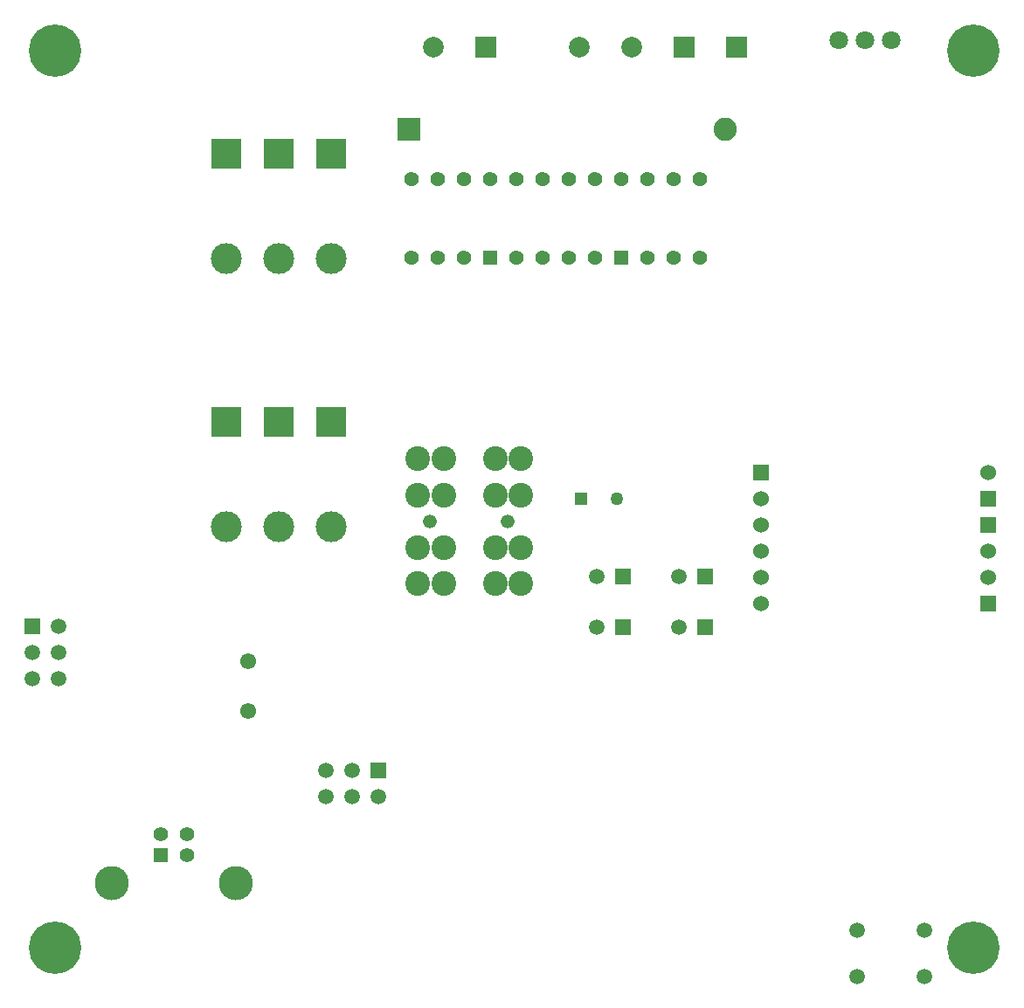
<source format=gbr>
%TF.GenerationSoftware,Altium Limited,Altium Designer,25.2.1 (25)*%
G04 Layer_Color=255*
%FSLAX43Y43*%
%MOMM*%
%TF.SameCoordinates,4C24163C-91DB-42BE-86CD-6C2E27ADC54B*%
%TF.FilePolarity,Positive*%
%TF.FileFunction,Pads,Bot*%
%TF.Part,Single*%
G01*
G75*
%TA.AperFunction,ComponentPad*%
%ADD46C,1.500*%
%ADD47R,1.500X1.500*%
%ADD48C,2.400*%
%ADD49C,1.325*%
%ADD50C,1.408*%
%ADD51R,1.408X1.408*%
%ADD52C,3.316*%
%ADD53C,1.524*%
%ADD54R,1.524X1.524*%
%ADD55C,3.000*%
%ADD56R,3.000X3.000*%
%ADD57C,1.425*%
%ADD58R,1.425X1.425*%
%ADD59C,2.000*%
%ADD60R,2.000X2.000*%
%ADD61R,2.250X2.250*%
%ADD62C,2.250*%
%ADD63R,1.500X1.500*%
%ADD64C,1.500*%
%ADD65C,1.550*%
%ADD66C,1.800*%
%ADD67C,1.275*%
%ADD68R,1.275X1.275*%
%TA.AperFunction,ViaPad*%
%ADD69C,5.080*%
D46*
X57000Y40500D02*
D03*
X65000Y40500D02*
D03*
X57000Y35560D02*
D03*
X65000D02*
D03*
X82221Y1742D02*
D03*
X88721D02*
D03*
X82221Y6242D02*
D03*
X88721D02*
D03*
X4826Y35687D02*
D03*
X2286Y33147D02*
D03*
X4826D02*
D03*
Y30607D02*
D03*
X35814Y19177D02*
D03*
X33274Y21717D02*
D03*
Y19177D02*
D03*
X30734Y21717D02*
D03*
Y19177D02*
D03*
D47*
X59540Y40500D02*
D03*
X67540Y40500D02*
D03*
X59540Y35560D02*
D03*
X67540D02*
D03*
X35814Y21717D02*
D03*
D48*
X42164Y51887D02*
D03*
X39664D02*
D03*
X42164Y48387D02*
D03*
X39664D02*
D03*
X42164Y43307D02*
D03*
X39664D02*
D03*
X42164Y39807D02*
D03*
X39664D02*
D03*
X47150D02*
D03*
X49650D02*
D03*
X47150Y43307D02*
D03*
X49650D02*
D03*
X47150Y48387D02*
D03*
X49650D02*
D03*
X47150Y51887D02*
D03*
X49650D02*
D03*
D49*
X40869Y45847D02*
D03*
X48355D02*
D03*
D50*
X14750Y15500D02*
D03*
X17250D02*
D03*
Y13500D02*
D03*
D51*
X14750D02*
D03*
D52*
X22020Y10800D02*
D03*
X9980D02*
D03*
D53*
X72947Y42926D02*
D03*
X94947Y50546D02*
D03*
Y42926D02*
D03*
Y40386D02*
D03*
X72947Y48006D02*
D03*
Y45466D02*
D03*
Y40386D02*
D03*
Y37846D02*
D03*
D54*
X94947Y48006D02*
D03*
Y45466D02*
D03*
Y37846D02*
D03*
X72947Y50546D02*
D03*
D55*
X31300Y71300D02*
D03*
X26220D02*
D03*
X21140D02*
D03*
X31300Y45300D02*
D03*
X26220D02*
D03*
X21140D02*
D03*
D56*
X31300Y81460D02*
D03*
X26220D02*
D03*
X21140D02*
D03*
X31300Y55460D02*
D03*
X26220D02*
D03*
X21140D02*
D03*
D57*
X67000Y71374D02*
D03*
X64460D02*
D03*
X61920D02*
D03*
X56840D02*
D03*
X54300D02*
D03*
X51760D02*
D03*
X49220D02*
D03*
X39060D02*
D03*
X41600D02*
D03*
X44140D02*
D03*
X67000Y78994D02*
D03*
X64460D02*
D03*
X61920D02*
D03*
X59380D02*
D03*
X56840D02*
D03*
X54300D02*
D03*
X51760D02*
D03*
X49220D02*
D03*
X39060D02*
D03*
X41600D02*
D03*
X44140D02*
D03*
X46680D02*
D03*
D58*
X59380Y71374D02*
D03*
X46680D02*
D03*
D59*
X41148Y91821D02*
D03*
X60420D02*
D03*
X55340D02*
D03*
D60*
X46228D02*
D03*
X70580D02*
D03*
X65500D02*
D03*
D61*
X38763Y83820D02*
D03*
D62*
X69463D02*
D03*
D63*
X2286Y35687D02*
D03*
D64*
Y30607D02*
D03*
D65*
X23241Y27411D02*
D03*
Y32291D02*
D03*
D66*
X85566Y92456D02*
D03*
X83026D02*
D03*
X80486D02*
D03*
D67*
X58950Y48018D02*
D03*
D68*
X55450D02*
D03*
D69*
X93500Y4500D02*
D03*
Y91500D02*
D03*
X4500D02*
D03*
Y4500D02*
D03*
%TF.MD5,0d5da46530b4a2ebddeef23041a88ac1*%
M02*

</source>
